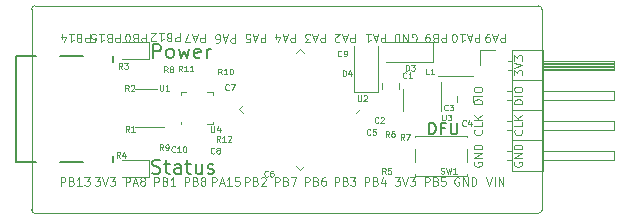
<source format=gto>
G04 #@! TF.GenerationSoftware,KiCad,Pcbnew,5.0.1*
G04 #@! TF.CreationDate,2019-10-23T21:32:48+02:00*
G04 #@! TF.ProjectId,OtterPill,4F7474657250696C6C2E6B696361645F,rev?*
G04 #@! TF.SameCoordinates,Original*
G04 #@! TF.FileFunction,Legend,Top*
G04 #@! TF.FilePolarity,Positive*
%FSLAX46Y46*%
G04 Gerber Fmt 4.6, Leading zero omitted, Abs format (unit mm)*
G04 Created by KiCad (PCBNEW 5.0.1) date Wed 23 Oct 2019 09:32:48 PM CEST*
%MOMM*%
%LPD*%
G01*
G04 APERTURE LIST*
%ADD10C,0.100000*%
%ADD11C,0.150000*%
%ADD12C,0.050000*%
%ADD13C,0.120000*%
G04 APERTURE END LIST*
D10*
X29691666Y-22183333D02*
X29691666Y-22883333D01*
X29425000Y-22883333D01*
X29358333Y-22850000D01*
X29325000Y-22816666D01*
X29291666Y-22750000D01*
X29291666Y-22650000D01*
X29325000Y-22583333D01*
X29358333Y-22550000D01*
X29425000Y-22516666D01*
X29691666Y-22516666D01*
X28758333Y-22550000D02*
X28658333Y-22516666D01*
X28625000Y-22483333D01*
X28591666Y-22416666D01*
X28591666Y-22316666D01*
X28625000Y-22250000D01*
X28658333Y-22216666D01*
X28725000Y-22183333D01*
X28991666Y-22183333D01*
X28991666Y-22883333D01*
X28758333Y-22883333D01*
X28691666Y-22850000D01*
X28658333Y-22816666D01*
X28625000Y-22750000D01*
X28625000Y-22683333D01*
X28658333Y-22616666D01*
X28691666Y-22583333D01*
X28758333Y-22550000D01*
X28991666Y-22550000D01*
X28158333Y-22883333D02*
X28091666Y-22883333D01*
X28025000Y-22850000D01*
X27991666Y-22816666D01*
X27958333Y-22750000D01*
X27925000Y-22616666D01*
X27925000Y-22450000D01*
X27958333Y-22316666D01*
X27991666Y-22250000D01*
X28025000Y-22216666D01*
X28091666Y-22183333D01*
X28158333Y-22183333D01*
X28225000Y-22216666D01*
X28258333Y-22250000D01*
X28291666Y-22316666D01*
X28325000Y-22450000D01*
X28325000Y-22616666D01*
X28291666Y-22750000D01*
X28258333Y-22816666D01*
X28225000Y-22850000D01*
X28158333Y-22883333D01*
X24925000Y-22183333D02*
X24925000Y-22883333D01*
X24658333Y-22883333D01*
X24591666Y-22850000D01*
X24558333Y-22816666D01*
X24525000Y-22750000D01*
X24525000Y-22650000D01*
X24558333Y-22583333D01*
X24591666Y-22550000D01*
X24658333Y-22516666D01*
X24925000Y-22516666D01*
X23991666Y-22550000D02*
X23891666Y-22516666D01*
X23858333Y-22483333D01*
X23825000Y-22416666D01*
X23825000Y-22316666D01*
X23858333Y-22250000D01*
X23891666Y-22216666D01*
X23958333Y-22183333D01*
X24225000Y-22183333D01*
X24225000Y-22883333D01*
X23991666Y-22883333D01*
X23925000Y-22850000D01*
X23891666Y-22816666D01*
X23858333Y-22750000D01*
X23858333Y-22683333D01*
X23891666Y-22616666D01*
X23925000Y-22583333D01*
X23991666Y-22550000D01*
X24225000Y-22550000D01*
X23158333Y-22183333D02*
X23558333Y-22183333D01*
X23358333Y-22183333D02*
X23358333Y-22883333D01*
X23425000Y-22783333D01*
X23491666Y-22716666D01*
X23558333Y-22683333D01*
X22558333Y-22650000D02*
X22558333Y-22183333D01*
X22725000Y-22916666D02*
X22891666Y-22416666D01*
X22458333Y-22416666D01*
X27475000Y-22183333D02*
X27475000Y-22883333D01*
X27208333Y-22883333D01*
X27141666Y-22850000D01*
X27108333Y-22816666D01*
X27075000Y-22750000D01*
X27075000Y-22650000D01*
X27108333Y-22583333D01*
X27141666Y-22550000D01*
X27208333Y-22516666D01*
X27475000Y-22516666D01*
X26541666Y-22550000D02*
X26441666Y-22516666D01*
X26408333Y-22483333D01*
X26375000Y-22416666D01*
X26375000Y-22316666D01*
X26408333Y-22250000D01*
X26441666Y-22216666D01*
X26508333Y-22183333D01*
X26775000Y-22183333D01*
X26775000Y-22883333D01*
X26541666Y-22883333D01*
X26475000Y-22850000D01*
X26441666Y-22816666D01*
X26408333Y-22750000D01*
X26408333Y-22683333D01*
X26441666Y-22616666D01*
X26475000Y-22583333D01*
X26541666Y-22550000D01*
X26775000Y-22550000D01*
X25708333Y-22183333D02*
X26108333Y-22183333D01*
X25908333Y-22183333D02*
X25908333Y-22883333D01*
X25975000Y-22783333D01*
X26041666Y-22716666D01*
X26108333Y-22683333D01*
X25075000Y-22883333D02*
X25408333Y-22883333D01*
X25441666Y-22550000D01*
X25408333Y-22583333D01*
X25341666Y-22616666D01*
X25175000Y-22616666D01*
X25108333Y-22583333D01*
X25075000Y-22550000D01*
X25041666Y-22483333D01*
X25041666Y-22316666D01*
X25075000Y-22250000D01*
X25108333Y-22216666D01*
X25175000Y-22183333D01*
X25341666Y-22183333D01*
X25408333Y-22216666D01*
X25441666Y-22250000D01*
X32550000Y-22133333D02*
X32550000Y-22833333D01*
X32283333Y-22833333D01*
X32216666Y-22800000D01*
X32183333Y-22766666D01*
X32150000Y-22700000D01*
X32150000Y-22600000D01*
X32183333Y-22533333D01*
X32216666Y-22500000D01*
X32283333Y-22466666D01*
X32550000Y-22466666D01*
X31616666Y-22500000D02*
X31516666Y-22466666D01*
X31483333Y-22433333D01*
X31450000Y-22366666D01*
X31450000Y-22266666D01*
X31483333Y-22200000D01*
X31516666Y-22166666D01*
X31583333Y-22133333D01*
X31850000Y-22133333D01*
X31850000Y-22833333D01*
X31616666Y-22833333D01*
X31550000Y-22800000D01*
X31516666Y-22766666D01*
X31483333Y-22700000D01*
X31483333Y-22633333D01*
X31516666Y-22566666D01*
X31550000Y-22533333D01*
X31616666Y-22500000D01*
X31850000Y-22500000D01*
X30783333Y-22133333D02*
X31183333Y-22133333D01*
X30983333Y-22133333D02*
X30983333Y-22833333D01*
X31050000Y-22733333D01*
X31116666Y-22666666D01*
X31183333Y-22633333D01*
X30516666Y-22766666D02*
X30483333Y-22800000D01*
X30416666Y-22833333D01*
X30250000Y-22833333D01*
X30183333Y-22800000D01*
X30150000Y-22766666D01*
X30116666Y-22700000D01*
X30116666Y-22633333D01*
X30150000Y-22533333D01*
X30550000Y-22133333D01*
X30116666Y-22133333D01*
X34666666Y-22183333D02*
X34666666Y-22883333D01*
X34400000Y-22883333D01*
X34333333Y-22850000D01*
X34300000Y-22816666D01*
X34266666Y-22750000D01*
X34266666Y-22650000D01*
X34300000Y-22583333D01*
X34333333Y-22550000D01*
X34400000Y-22516666D01*
X34666666Y-22516666D01*
X34000000Y-22383333D02*
X33666666Y-22383333D01*
X34066666Y-22183333D02*
X33833333Y-22883333D01*
X33600000Y-22183333D01*
X33433333Y-22883333D02*
X32966666Y-22883333D01*
X33266666Y-22183333D01*
X37241666Y-22233333D02*
X37241666Y-22933333D01*
X36975000Y-22933333D01*
X36908333Y-22900000D01*
X36875000Y-22866666D01*
X36841666Y-22800000D01*
X36841666Y-22700000D01*
X36875000Y-22633333D01*
X36908333Y-22600000D01*
X36975000Y-22566666D01*
X37241666Y-22566666D01*
X36575000Y-22433333D02*
X36241666Y-22433333D01*
X36641666Y-22233333D02*
X36408333Y-22933333D01*
X36175000Y-22233333D01*
X35641666Y-22933333D02*
X35775000Y-22933333D01*
X35841666Y-22900000D01*
X35875000Y-22866666D01*
X35941666Y-22766666D01*
X35975000Y-22633333D01*
X35975000Y-22366666D01*
X35941666Y-22300000D01*
X35908333Y-22266666D01*
X35841666Y-22233333D01*
X35708333Y-22233333D01*
X35641666Y-22266666D01*
X35608333Y-22300000D01*
X35575000Y-22366666D01*
X35575000Y-22533333D01*
X35608333Y-22600000D01*
X35641666Y-22633333D01*
X35708333Y-22666666D01*
X35841666Y-22666666D01*
X35908333Y-22633333D01*
X35941666Y-22600000D01*
X35975000Y-22533333D01*
X39791666Y-22183333D02*
X39791666Y-22883333D01*
X39525000Y-22883333D01*
X39458333Y-22850000D01*
X39425000Y-22816666D01*
X39391666Y-22750000D01*
X39391666Y-22650000D01*
X39425000Y-22583333D01*
X39458333Y-22550000D01*
X39525000Y-22516666D01*
X39791666Y-22516666D01*
X39125000Y-22383333D02*
X38791666Y-22383333D01*
X39191666Y-22183333D02*
X38958333Y-22883333D01*
X38725000Y-22183333D01*
X38158333Y-22883333D02*
X38491666Y-22883333D01*
X38525000Y-22550000D01*
X38491666Y-22583333D01*
X38425000Y-22616666D01*
X38258333Y-22616666D01*
X38191666Y-22583333D01*
X38158333Y-22550000D01*
X38125000Y-22483333D01*
X38125000Y-22316666D01*
X38158333Y-22250000D01*
X38191666Y-22216666D01*
X38258333Y-22183333D01*
X38425000Y-22183333D01*
X38491666Y-22216666D01*
X38525000Y-22250000D01*
X42316666Y-22183333D02*
X42316666Y-22883333D01*
X42050000Y-22883333D01*
X41983333Y-22850000D01*
X41950000Y-22816666D01*
X41916666Y-22750000D01*
X41916666Y-22650000D01*
X41950000Y-22583333D01*
X41983333Y-22550000D01*
X42050000Y-22516666D01*
X42316666Y-22516666D01*
X41650000Y-22383333D02*
X41316666Y-22383333D01*
X41716666Y-22183333D02*
X41483333Y-22883333D01*
X41250000Y-22183333D01*
X40716666Y-22650000D02*
X40716666Y-22183333D01*
X40883333Y-22916666D02*
X41050000Y-22416666D01*
X40616666Y-22416666D01*
X44841666Y-22183333D02*
X44841666Y-22883333D01*
X44575000Y-22883333D01*
X44508333Y-22850000D01*
X44475000Y-22816666D01*
X44441666Y-22750000D01*
X44441666Y-22650000D01*
X44475000Y-22583333D01*
X44508333Y-22550000D01*
X44575000Y-22516666D01*
X44841666Y-22516666D01*
X44175000Y-22383333D02*
X43841666Y-22383333D01*
X44241666Y-22183333D02*
X44008333Y-22883333D01*
X43775000Y-22183333D01*
X43608333Y-22883333D02*
X43175000Y-22883333D01*
X43408333Y-22616666D01*
X43308333Y-22616666D01*
X43241666Y-22583333D01*
X43208333Y-22550000D01*
X43175000Y-22483333D01*
X43175000Y-22316666D01*
X43208333Y-22250000D01*
X43241666Y-22216666D01*
X43308333Y-22183333D01*
X43508333Y-22183333D01*
X43575000Y-22216666D01*
X43608333Y-22250000D01*
X47366666Y-22183333D02*
X47366666Y-22883333D01*
X47100000Y-22883333D01*
X47033333Y-22850000D01*
X47000000Y-22816666D01*
X46966666Y-22750000D01*
X46966666Y-22650000D01*
X47000000Y-22583333D01*
X47033333Y-22550000D01*
X47100000Y-22516666D01*
X47366666Y-22516666D01*
X46700000Y-22383333D02*
X46366666Y-22383333D01*
X46766666Y-22183333D02*
X46533333Y-22883333D01*
X46300000Y-22183333D01*
X46100000Y-22816666D02*
X46066666Y-22850000D01*
X46000000Y-22883333D01*
X45833333Y-22883333D01*
X45766666Y-22850000D01*
X45733333Y-22816666D01*
X45700000Y-22750000D01*
X45700000Y-22683333D01*
X45733333Y-22583333D01*
X46133333Y-22183333D01*
X45700000Y-22183333D01*
X49966666Y-22183333D02*
X49966666Y-22883333D01*
X49700000Y-22883333D01*
X49633333Y-22850000D01*
X49600000Y-22816666D01*
X49566666Y-22750000D01*
X49566666Y-22650000D01*
X49600000Y-22583333D01*
X49633333Y-22550000D01*
X49700000Y-22516666D01*
X49966666Y-22516666D01*
X49300000Y-22383333D02*
X48966666Y-22383333D01*
X49366666Y-22183333D02*
X49133333Y-22883333D01*
X48900000Y-22183333D01*
X48300000Y-22183333D02*
X48700000Y-22183333D01*
X48500000Y-22183333D02*
X48500000Y-22883333D01*
X48566666Y-22783333D01*
X48633333Y-22716666D01*
X48700000Y-22683333D01*
X52208333Y-22850000D02*
X52275000Y-22883333D01*
X52375000Y-22883333D01*
X52475000Y-22850000D01*
X52541666Y-22783333D01*
X52575000Y-22716666D01*
X52608333Y-22583333D01*
X52608333Y-22483333D01*
X52575000Y-22350000D01*
X52541666Y-22283333D01*
X52475000Y-22216666D01*
X52375000Y-22183333D01*
X52308333Y-22183333D01*
X52208333Y-22216666D01*
X52175000Y-22250000D01*
X52175000Y-22483333D01*
X52308333Y-22483333D01*
X51875000Y-22183333D02*
X51875000Y-22883333D01*
X51475000Y-22183333D01*
X51475000Y-22883333D01*
X51141666Y-22183333D02*
X51141666Y-22883333D01*
X50975000Y-22883333D01*
X50875000Y-22850000D01*
X50808333Y-22783333D01*
X50775000Y-22716666D01*
X50741666Y-22583333D01*
X50741666Y-22483333D01*
X50775000Y-22350000D01*
X50808333Y-22283333D01*
X50875000Y-22216666D01*
X50975000Y-22183333D01*
X51141666Y-22183333D01*
X55091666Y-22183333D02*
X55091666Y-22883333D01*
X54825000Y-22883333D01*
X54758333Y-22850000D01*
X54725000Y-22816666D01*
X54691666Y-22750000D01*
X54691666Y-22650000D01*
X54725000Y-22583333D01*
X54758333Y-22550000D01*
X54825000Y-22516666D01*
X55091666Y-22516666D01*
X54158333Y-22550000D02*
X54058333Y-22516666D01*
X54025000Y-22483333D01*
X53991666Y-22416666D01*
X53991666Y-22316666D01*
X54025000Y-22250000D01*
X54058333Y-22216666D01*
X54125000Y-22183333D01*
X54391666Y-22183333D01*
X54391666Y-22883333D01*
X54158333Y-22883333D01*
X54091666Y-22850000D01*
X54058333Y-22816666D01*
X54025000Y-22750000D01*
X54025000Y-22683333D01*
X54058333Y-22616666D01*
X54091666Y-22583333D01*
X54158333Y-22550000D01*
X54391666Y-22550000D01*
X53658333Y-22183333D02*
X53525000Y-22183333D01*
X53458333Y-22216666D01*
X53425000Y-22250000D01*
X53358333Y-22350000D01*
X53325000Y-22483333D01*
X53325000Y-22750000D01*
X53358333Y-22816666D01*
X53391666Y-22850000D01*
X53458333Y-22883333D01*
X53591666Y-22883333D01*
X53658333Y-22850000D01*
X53691666Y-22816666D01*
X53725000Y-22750000D01*
X53725000Y-22583333D01*
X53691666Y-22516666D01*
X53658333Y-22483333D01*
X53591666Y-22450000D01*
X53458333Y-22450000D01*
X53391666Y-22483333D01*
X53358333Y-22516666D01*
X53325000Y-22583333D01*
X57925000Y-22183333D02*
X57925000Y-22883333D01*
X57658333Y-22883333D01*
X57591666Y-22850000D01*
X57558333Y-22816666D01*
X57525000Y-22750000D01*
X57525000Y-22650000D01*
X57558333Y-22583333D01*
X57591666Y-22550000D01*
X57658333Y-22516666D01*
X57925000Y-22516666D01*
X57258333Y-22383333D02*
X56925000Y-22383333D01*
X57325000Y-22183333D02*
X57091666Y-22883333D01*
X56858333Y-22183333D01*
X56258333Y-22183333D02*
X56658333Y-22183333D01*
X56458333Y-22183333D02*
X56458333Y-22883333D01*
X56525000Y-22783333D01*
X56591666Y-22716666D01*
X56658333Y-22683333D01*
X55825000Y-22883333D02*
X55758333Y-22883333D01*
X55691666Y-22850000D01*
X55658333Y-22816666D01*
X55625000Y-22750000D01*
X55591666Y-22616666D01*
X55591666Y-22450000D01*
X55625000Y-22316666D01*
X55658333Y-22250000D01*
X55691666Y-22216666D01*
X55758333Y-22183333D01*
X55825000Y-22183333D01*
X55891666Y-22216666D01*
X55925000Y-22250000D01*
X55958333Y-22316666D01*
X55991666Y-22450000D01*
X55991666Y-22616666D01*
X55958333Y-22750000D01*
X55925000Y-22816666D01*
X55891666Y-22850000D01*
X55825000Y-22883333D01*
X60091666Y-22183333D02*
X60091666Y-22883333D01*
X59825000Y-22883333D01*
X59758333Y-22850000D01*
X59725000Y-22816666D01*
X59691666Y-22750000D01*
X59691666Y-22650000D01*
X59725000Y-22583333D01*
X59758333Y-22550000D01*
X59825000Y-22516666D01*
X60091666Y-22516666D01*
X59425000Y-22383333D02*
X59091666Y-22383333D01*
X59491666Y-22183333D02*
X59258333Y-22883333D01*
X59025000Y-22183333D01*
X58758333Y-22183333D02*
X58625000Y-22183333D01*
X58558333Y-22216666D01*
X58525000Y-22250000D01*
X58458333Y-22350000D01*
X58425000Y-22483333D01*
X58425000Y-22750000D01*
X58458333Y-22816666D01*
X58491666Y-22850000D01*
X58558333Y-22883333D01*
X58691666Y-22883333D01*
X58758333Y-22850000D01*
X58791666Y-22816666D01*
X58825000Y-22750000D01*
X58825000Y-22583333D01*
X58791666Y-22516666D01*
X58758333Y-22483333D01*
X58691666Y-22450000D01*
X58558333Y-22450000D01*
X58491666Y-22483333D01*
X58458333Y-22516666D01*
X58425000Y-22583333D01*
X58508333Y-34341666D02*
X58741666Y-35041666D01*
X58975000Y-34341666D01*
X59208333Y-35041666D02*
X59208333Y-34341666D01*
X59541666Y-35041666D02*
X59541666Y-34341666D01*
X59941666Y-35041666D01*
X59941666Y-34341666D01*
X56191666Y-34375000D02*
X56125000Y-34341666D01*
X56025000Y-34341666D01*
X55925000Y-34375000D01*
X55858333Y-34441666D01*
X55825000Y-34508333D01*
X55791666Y-34641666D01*
X55791666Y-34741666D01*
X55825000Y-34875000D01*
X55858333Y-34941666D01*
X55925000Y-35008333D01*
X56025000Y-35041666D01*
X56091666Y-35041666D01*
X56191666Y-35008333D01*
X56225000Y-34975000D01*
X56225000Y-34741666D01*
X56091666Y-34741666D01*
X56525000Y-35041666D02*
X56525000Y-34341666D01*
X56925000Y-35041666D01*
X56925000Y-34341666D01*
X57258333Y-35041666D02*
X57258333Y-34341666D01*
X57425000Y-34341666D01*
X57525000Y-34375000D01*
X57591666Y-34441666D01*
X57625000Y-34508333D01*
X57658333Y-34641666D01*
X57658333Y-34741666D01*
X57625000Y-34875000D01*
X57591666Y-34941666D01*
X57525000Y-35008333D01*
X57425000Y-35041666D01*
X57258333Y-35041666D01*
X53308333Y-35041666D02*
X53308333Y-34341666D01*
X53575000Y-34341666D01*
X53641666Y-34375000D01*
X53675000Y-34408333D01*
X53708333Y-34475000D01*
X53708333Y-34575000D01*
X53675000Y-34641666D01*
X53641666Y-34675000D01*
X53575000Y-34708333D01*
X53308333Y-34708333D01*
X54241666Y-34675000D02*
X54341666Y-34708333D01*
X54375000Y-34741666D01*
X54408333Y-34808333D01*
X54408333Y-34908333D01*
X54375000Y-34975000D01*
X54341666Y-35008333D01*
X54275000Y-35041666D01*
X54008333Y-35041666D01*
X54008333Y-34341666D01*
X54241666Y-34341666D01*
X54308333Y-34375000D01*
X54341666Y-34408333D01*
X54375000Y-34475000D01*
X54375000Y-34541666D01*
X54341666Y-34608333D01*
X54308333Y-34641666D01*
X54241666Y-34675000D01*
X54008333Y-34675000D01*
X55041666Y-34341666D02*
X54708333Y-34341666D01*
X54675000Y-34675000D01*
X54708333Y-34641666D01*
X54775000Y-34608333D01*
X54941666Y-34608333D01*
X55008333Y-34641666D01*
X55041666Y-34675000D01*
X55075000Y-34741666D01*
X55075000Y-34908333D01*
X55041666Y-34975000D01*
X55008333Y-35008333D01*
X54941666Y-35041666D01*
X54775000Y-35041666D01*
X54708333Y-35008333D01*
X54675000Y-34975000D01*
X50758333Y-34341666D02*
X51191666Y-34341666D01*
X50958333Y-34608333D01*
X51058333Y-34608333D01*
X51125000Y-34641666D01*
X51158333Y-34675000D01*
X51191666Y-34741666D01*
X51191666Y-34908333D01*
X51158333Y-34975000D01*
X51125000Y-35008333D01*
X51058333Y-35041666D01*
X50858333Y-35041666D01*
X50791666Y-35008333D01*
X50758333Y-34975000D01*
X51391666Y-34341666D02*
X51625000Y-35041666D01*
X51858333Y-34341666D01*
X52025000Y-34341666D02*
X52458333Y-34341666D01*
X52225000Y-34608333D01*
X52325000Y-34608333D01*
X52391666Y-34641666D01*
X52425000Y-34675000D01*
X52458333Y-34741666D01*
X52458333Y-34908333D01*
X52425000Y-34975000D01*
X52391666Y-35008333D01*
X52325000Y-35041666D01*
X52125000Y-35041666D01*
X52058333Y-35008333D01*
X52025000Y-34975000D01*
X48208333Y-35041666D02*
X48208333Y-34341666D01*
X48475000Y-34341666D01*
X48541666Y-34375000D01*
X48575000Y-34408333D01*
X48608333Y-34475000D01*
X48608333Y-34575000D01*
X48575000Y-34641666D01*
X48541666Y-34675000D01*
X48475000Y-34708333D01*
X48208333Y-34708333D01*
X49141666Y-34675000D02*
X49241666Y-34708333D01*
X49275000Y-34741666D01*
X49308333Y-34808333D01*
X49308333Y-34908333D01*
X49275000Y-34975000D01*
X49241666Y-35008333D01*
X49175000Y-35041666D01*
X48908333Y-35041666D01*
X48908333Y-34341666D01*
X49141666Y-34341666D01*
X49208333Y-34375000D01*
X49241666Y-34408333D01*
X49275000Y-34475000D01*
X49275000Y-34541666D01*
X49241666Y-34608333D01*
X49208333Y-34641666D01*
X49141666Y-34675000D01*
X48908333Y-34675000D01*
X49908333Y-34575000D02*
X49908333Y-35041666D01*
X49741666Y-34308333D02*
X49575000Y-34808333D01*
X50008333Y-34808333D01*
X45658333Y-35041666D02*
X45658333Y-34341666D01*
X45925000Y-34341666D01*
X45991666Y-34375000D01*
X46025000Y-34408333D01*
X46058333Y-34475000D01*
X46058333Y-34575000D01*
X46025000Y-34641666D01*
X45991666Y-34675000D01*
X45925000Y-34708333D01*
X45658333Y-34708333D01*
X46591666Y-34675000D02*
X46691666Y-34708333D01*
X46725000Y-34741666D01*
X46758333Y-34808333D01*
X46758333Y-34908333D01*
X46725000Y-34975000D01*
X46691666Y-35008333D01*
X46625000Y-35041666D01*
X46358333Y-35041666D01*
X46358333Y-34341666D01*
X46591666Y-34341666D01*
X46658333Y-34375000D01*
X46691666Y-34408333D01*
X46725000Y-34475000D01*
X46725000Y-34541666D01*
X46691666Y-34608333D01*
X46658333Y-34641666D01*
X46591666Y-34675000D01*
X46358333Y-34675000D01*
X46991666Y-34341666D02*
X47425000Y-34341666D01*
X47191666Y-34608333D01*
X47291666Y-34608333D01*
X47358333Y-34641666D01*
X47391666Y-34675000D01*
X47425000Y-34741666D01*
X47425000Y-34908333D01*
X47391666Y-34975000D01*
X47358333Y-35008333D01*
X47291666Y-35041666D01*
X47091666Y-35041666D01*
X47025000Y-35008333D01*
X46991666Y-34975000D01*
X43158333Y-35041666D02*
X43158333Y-34341666D01*
X43425000Y-34341666D01*
X43491666Y-34375000D01*
X43525000Y-34408333D01*
X43558333Y-34475000D01*
X43558333Y-34575000D01*
X43525000Y-34641666D01*
X43491666Y-34675000D01*
X43425000Y-34708333D01*
X43158333Y-34708333D01*
X44091666Y-34675000D02*
X44191666Y-34708333D01*
X44225000Y-34741666D01*
X44258333Y-34808333D01*
X44258333Y-34908333D01*
X44225000Y-34975000D01*
X44191666Y-35008333D01*
X44125000Y-35041666D01*
X43858333Y-35041666D01*
X43858333Y-34341666D01*
X44091666Y-34341666D01*
X44158333Y-34375000D01*
X44191666Y-34408333D01*
X44225000Y-34475000D01*
X44225000Y-34541666D01*
X44191666Y-34608333D01*
X44158333Y-34641666D01*
X44091666Y-34675000D01*
X43858333Y-34675000D01*
X44858333Y-34341666D02*
X44725000Y-34341666D01*
X44658333Y-34375000D01*
X44625000Y-34408333D01*
X44558333Y-34508333D01*
X44525000Y-34641666D01*
X44525000Y-34908333D01*
X44558333Y-34975000D01*
X44591666Y-35008333D01*
X44658333Y-35041666D01*
X44791666Y-35041666D01*
X44858333Y-35008333D01*
X44891666Y-34975000D01*
X44925000Y-34908333D01*
X44925000Y-34741666D01*
X44891666Y-34675000D01*
X44858333Y-34641666D01*
X44791666Y-34608333D01*
X44658333Y-34608333D01*
X44591666Y-34641666D01*
X44558333Y-34675000D01*
X44525000Y-34741666D01*
X40608333Y-35041666D02*
X40608333Y-34341666D01*
X40875000Y-34341666D01*
X40941666Y-34375000D01*
X40975000Y-34408333D01*
X41008333Y-34475000D01*
X41008333Y-34575000D01*
X40975000Y-34641666D01*
X40941666Y-34675000D01*
X40875000Y-34708333D01*
X40608333Y-34708333D01*
X41541666Y-34675000D02*
X41641666Y-34708333D01*
X41675000Y-34741666D01*
X41708333Y-34808333D01*
X41708333Y-34908333D01*
X41675000Y-34975000D01*
X41641666Y-35008333D01*
X41575000Y-35041666D01*
X41308333Y-35041666D01*
X41308333Y-34341666D01*
X41541666Y-34341666D01*
X41608333Y-34375000D01*
X41641666Y-34408333D01*
X41675000Y-34475000D01*
X41675000Y-34541666D01*
X41641666Y-34608333D01*
X41608333Y-34641666D01*
X41541666Y-34675000D01*
X41308333Y-34675000D01*
X41941666Y-34341666D02*
X42408333Y-34341666D01*
X42108333Y-35041666D01*
X38058333Y-35041666D02*
X38058333Y-34341666D01*
X38325000Y-34341666D01*
X38391666Y-34375000D01*
X38425000Y-34408333D01*
X38458333Y-34475000D01*
X38458333Y-34575000D01*
X38425000Y-34641666D01*
X38391666Y-34675000D01*
X38325000Y-34708333D01*
X38058333Y-34708333D01*
X38991666Y-34675000D02*
X39091666Y-34708333D01*
X39125000Y-34741666D01*
X39158333Y-34808333D01*
X39158333Y-34908333D01*
X39125000Y-34975000D01*
X39091666Y-35008333D01*
X39025000Y-35041666D01*
X38758333Y-35041666D01*
X38758333Y-34341666D01*
X38991666Y-34341666D01*
X39058333Y-34375000D01*
X39091666Y-34408333D01*
X39125000Y-34475000D01*
X39125000Y-34541666D01*
X39091666Y-34608333D01*
X39058333Y-34641666D01*
X38991666Y-34675000D01*
X38758333Y-34675000D01*
X39425000Y-34408333D02*
X39458333Y-34375000D01*
X39525000Y-34341666D01*
X39691666Y-34341666D01*
X39758333Y-34375000D01*
X39791666Y-34408333D01*
X39825000Y-34475000D01*
X39825000Y-34541666D01*
X39791666Y-34641666D01*
X39391666Y-35041666D01*
X39825000Y-35041666D01*
X35275000Y-35041666D02*
X35275000Y-34341666D01*
X35541666Y-34341666D01*
X35608333Y-34375000D01*
X35641666Y-34408333D01*
X35675000Y-34475000D01*
X35675000Y-34575000D01*
X35641666Y-34641666D01*
X35608333Y-34675000D01*
X35541666Y-34708333D01*
X35275000Y-34708333D01*
X35941666Y-34841666D02*
X36275000Y-34841666D01*
X35875000Y-35041666D02*
X36108333Y-34341666D01*
X36341666Y-35041666D01*
X36941666Y-35041666D02*
X36541666Y-35041666D01*
X36741666Y-35041666D02*
X36741666Y-34341666D01*
X36675000Y-34441666D01*
X36608333Y-34508333D01*
X36541666Y-34541666D01*
X37575000Y-34341666D02*
X37241666Y-34341666D01*
X37208333Y-34675000D01*
X37241666Y-34641666D01*
X37308333Y-34608333D01*
X37475000Y-34608333D01*
X37541666Y-34641666D01*
X37575000Y-34675000D01*
X37608333Y-34741666D01*
X37608333Y-34908333D01*
X37575000Y-34975000D01*
X37541666Y-35008333D01*
X37475000Y-35041666D01*
X37308333Y-35041666D01*
X37241666Y-35008333D01*
X37208333Y-34975000D01*
X32958333Y-35041666D02*
X32958333Y-34341666D01*
X33225000Y-34341666D01*
X33291666Y-34375000D01*
X33325000Y-34408333D01*
X33358333Y-34475000D01*
X33358333Y-34575000D01*
X33325000Y-34641666D01*
X33291666Y-34675000D01*
X33225000Y-34708333D01*
X32958333Y-34708333D01*
X33891666Y-34675000D02*
X33991666Y-34708333D01*
X34025000Y-34741666D01*
X34058333Y-34808333D01*
X34058333Y-34908333D01*
X34025000Y-34975000D01*
X33991666Y-35008333D01*
X33925000Y-35041666D01*
X33658333Y-35041666D01*
X33658333Y-34341666D01*
X33891666Y-34341666D01*
X33958333Y-34375000D01*
X33991666Y-34408333D01*
X34025000Y-34475000D01*
X34025000Y-34541666D01*
X33991666Y-34608333D01*
X33958333Y-34641666D01*
X33891666Y-34675000D01*
X33658333Y-34675000D01*
X34458333Y-34641666D02*
X34391666Y-34608333D01*
X34358333Y-34575000D01*
X34325000Y-34508333D01*
X34325000Y-34475000D01*
X34358333Y-34408333D01*
X34391666Y-34375000D01*
X34458333Y-34341666D01*
X34591666Y-34341666D01*
X34658333Y-34375000D01*
X34691666Y-34408333D01*
X34725000Y-34475000D01*
X34725000Y-34508333D01*
X34691666Y-34575000D01*
X34658333Y-34608333D01*
X34591666Y-34641666D01*
X34458333Y-34641666D01*
X34391666Y-34675000D01*
X34358333Y-34708333D01*
X34325000Y-34775000D01*
X34325000Y-34908333D01*
X34358333Y-34975000D01*
X34391666Y-35008333D01*
X34458333Y-35041666D01*
X34591666Y-35041666D01*
X34658333Y-35008333D01*
X34691666Y-34975000D01*
X34725000Y-34908333D01*
X34725000Y-34775000D01*
X34691666Y-34708333D01*
X34658333Y-34675000D01*
X34591666Y-34641666D01*
X30408333Y-35041666D02*
X30408333Y-34341666D01*
X30675000Y-34341666D01*
X30741666Y-34375000D01*
X30775000Y-34408333D01*
X30808333Y-34475000D01*
X30808333Y-34575000D01*
X30775000Y-34641666D01*
X30741666Y-34675000D01*
X30675000Y-34708333D01*
X30408333Y-34708333D01*
X31341666Y-34675000D02*
X31441666Y-34708333D01*
X31475000Y-34741666D01*
X31508333Y-34808333D01*
X31508333Y-34908333D01*
X31475000Y-34975000D01*
X31441666Y-35008333D01*
X31375000Y-35041666D01*
X31108333Y-35041666D01*
X31108333Y-34341666D01*
X31341666Y-34341666D01*
X31408333Y-34375000D01*
X31441666Y-34408333D01*
X31475000Y-34475000D01*
X31475000Y-34541666D01*
X31441666Y-34608333D01*
X31408333Y-34641666D01*
X31341666Y-34675000D01*
X31108333Y-34675000D01*
X32175000Y-35041666D02*
X31775000Y-35041666D01*
X31975000Y-35041666D02*
X31975000Y-34341666D01*
X31908333Y-34441666D01*
X31841666Y-34508333D01*
X31775000Y-34541666D01*
X27958333Y-35041666D02*
X27958333Y-34341666D01*
X28225000Y-34341666D01*
X28291666Y-34375000D01*
X28325000Y-34408333D01*
X28358333Y-34475000D01*
X28358333Y-34575000D01*
X28325000Y-34641666D01*
X28291666Y-34675000D01*
X28225000Y-34708333D01*
X27958333Y-34708333D01*
X28625000Y-34841666D02*
X28958333Y-34841666D01*
X28558333Y-35041666D02*
X28791666Y-34341666D01*
X29025000Y-35041666D01*
X29358333Y-34641666D02*
X29291666Y-34608333D01*
X29258333Y-34575000D01*
X29225000Y-34508333D01*
X29225000Y-34475000D01*
X29258333Y-34408333D01*
X29291666Y-34375000D01*
X29358333Y-34341666D01*
X29491666Y-34341666D01*
X29558333Y-34375000D01*
X29591666Y-34408333D01*
X29625000Y-34475000D01*
X29625000Y-34508333D01*
X29591666Y-34575000D01*
X29558333Y-34608333D01*
X29491666Y-34641666D01*
X29358333Y-34641666D01*
X29291666Y-34675000D01*
X29258333Y-34708333D01*
X29225000Y-34775000D01*
X29225000Y-34908333D01*
X29258333Y-34975000D01*
X29291666Y-35008333D01*
X29358333Y-35041666D01*
X29491666Y-35041666D01*
X29558333Y-35008333D01*
X29591666Y-34975000D01*
X29625000Y-34908333D01*
X29625000Y-34775000D01*
X29591666Y-34708333D01*
X29558333Y-34675000D01*
X29491666Y-34641666D01*
X22475000Y-35041666D02*
X22475000Y-34341666D01*
X22741666Y-34341666D01*
X22808333Y-34375000D01*
X22841666Y-34408333D01*
X22875000Y-34475000D01*
X22875000Y-34575000D01*
X22841666Y-34641666D01*
X22808333Y-34675000D01*
X22741666Y-34708333D01*
X22475000Y-34708333D01*
X23408333Y-34675000D02*
X23508333Y-34708333D01*
X23541666Y-34741666D01*
X23575000Y-34808333D01*
X23575000Y-34908333D01*
X23541666Y-34975000D01*
X23508333Y-35008333D01*
X23441666Y-35041666D01*
X23175000Y-35041666D01*
X23175000Y-34341666D01*
X23408333Y-34341666D01*
X23475000Y-34375000D01*
X23508333Y-34408333D01*
X23541666Y-34475000D01*
X23541666Y-34541666D01*
X23508333Y-34608333D01*
X23475000Y-34641666D01*
X23408333Y-34675000D01*
X23175000Y-34675000D01*
X24241666Y-35041666D02*
X23841666Y-35041666D01*
X24041666Y-35041666D02*
X24041666Y-34341666D01*
X23975000Y-34441666D01*
X23908333Y-34508333D01*
X23841666Y-34541666D01*
X24475000Y-34341666D02*
X24908333Y-34341666D01*
X24675000Y-34608333D01*
X24775000Y-34608333D01*
X24841666Y-34641666D01*
X24875000Y-34675000D01*
X24908333Y-34741666D01*
X24908333Y-34908333D01*
X24875000Y-34975000D01*
X24841666Y-35008333D01*
X24775000Y-35041666D01*
X24575000Y-35041666D01*
X24508333Y-35008333D01*
X24475000Y-34975000D01*
X25358333Y-34341666D02*
X25791666Y-34341666D01*
X25558333Y-34608333D01*
X25658333Y-34608333D01*
X25725000Y-34641666D01*
X25758333Y-34675000D01*
X25791666Y-34741666D01*
X25791666Y-34908333D01*
X25758333Y-34975000D01*
X25725000Y-35008333D01*
X25658333Y-35041666D01*
X25458333Y-35041666D01*
X25391666Y-35008333D01*
X25358333Y-34975000D01*
X25991666Y-34341666D02*
X26225000Y-35041666D01*
X26458333Y-34341666D01*
X26625000Y-34341666D02*
X27058333Y-34341666D01*
X26825000Y-34608333D01*
X26925000Y-34608333D01*
X26991666Y-34641666D01*
X27025000Y-34675000D01*
X27058333Y-34741666D01*
X27058333Y-34908333D01*
X27025000Y-34975000D01*
X26991666Y-35008333D01*
X26925000Y-35041666D01*
X26725000Y-35041666D01*
X26658333Y-35008333D01*
X26625000Y-34975000D01*
X58166666Y-28116666D02*
X57466666Y-28116666D01*
X57466666Y-27950000D01*
X57500000Y-27850000D01*
X57566666Y-27783333D01*
X57633333Y-27750000D01*
X57766666Y-27716666D01*
X57866666Y-27716666D01*
X58000000Y-27750000D01*
X58066666Y-27783333D01*
X58133333Y-27850000D01*
X58166666Y-27950000D01*
X58166666Y-28116666D01*
X58166666Y-27416666D02*
X57466666Y-27416666D01*
X57466666Y-26950000D02*
X57466666Y-26816666D01*
X57500000Y-26750000D01*
X57566666Y-26683333D01*
X57700000Y-26650000D01*
X57933333Y-26650000D01*
X58066666Y-26683333D01*
X58133333Y-26750000D01*
X58166666Y-26816666D01*
X58166666Y-26950000D01*
X58133333Y-27016666D01*
X58066666Y-27083333D01*
X57933333Y-27116666D01*
X57700000Y-27116666D01*
X57566666Y-27083333D01*
X57500000Y-27016666D01*
X57466666Y-26950000D01*
X58100000Y-30316666D02*
X58133333Y-30350000D01*
X58166666Y-30450000D01*
X58166666Y-30516666D01*
X58133333Y-30616666D01*
X58066666Y-30683333D01*
X58000000Y-30716666D01*
X57866666Y-30750000D01*
X57766666Y-30750000D01*
X57633333Y-30716666D01*
X57566666Y-30683333D01*
X57500000Y-30616666D01*
X57466666Y-30516666D01*
X57466666Y-30450000D01*
X57500000Y-30350000D01*
X57533333Y-30316666D01*
X58166666Y-29683333D02*
X58166666Y-30016666D01*
X57466666Y-30016666D01*
X58166666Y-29450000D02*
X57466666Y-29450000D01*
X58166666Y-29050000D02*
X57766666Y-29350000D01*
X57466666Y-29050000D02*
X57866666Y-29450000D01*
X57475000Y-33033333D02*
X57441666Y-33100000D01*
X57441666Y-33200000D01*
X57475000Y-33300000D01*
X57541666Y-33366666D01*
X57608333Y-33400000D01*
X57741666Y-33433333D01*
X57841666Y-33433333D01*
X57975000Y-33400000D01*
X58041666Y-33366666D01*
X58108333Y-33300000D01*
X58141666Y-33200000D01*
X58141666Y-33133333D01*
X58108333Y-33033333D01*
X58075000Y-33000000D01*
X57841666Y-33000000D01*
X57841666Y-33133333D01*
X58141666Y-32700000D02*
X57441666Y-32700000D01*
X58141666Y-32300000D01*
X57441666Y-32300000D01*
X58141666Y-31966666D02*
X57441666Y-31966666D01*
X57441666Y-31800000D01*
X57475000Y-31700000D01*
X57541666Y-31633333D01*
X57608333Y-31600000D01*
X57741666Y-31566666D01*
X57841666Y-31566666D01*
X57975000Y-31600000D01*
X58041666Y-31633333D01*
X58108333Y-31700000D01*
X58141666Y-31800000D01*
X58141666Y-31966666D01*
X61500000Y-30316666D02*
X61533333Y-30350000D01*
X61566666Y-30450000D01*
X61566666Y-30516666D01*
X61533333Y-30616666D01*
X61466666Y-30683333D01*
X61400000Y-30716666D01*
X61266666Y-30750000D01*
X61166666Y-30750000D01*
X61033333Y-30716666D01*
X60966666Y-30683333D01*
X60900000Y-30616666D01*
X60866666Y-30516666D01*
X60866666Y-30450000D01*
X60900000Y-30350000D01*
X60933333Y-30316666D01*
X61566666Y-29683333D02*
X61566666Y-30016666D01*
X60866666Y-30016666D01*
X61566666Y-29450000D02*
X60866666Y-29450000D01*
X61566666Y-29050000D02*
X61166666Y-29350000D01*
X60866666Y-29050000D02*
X61266666Y-29450000D01*
X61566666Y-28116666D02*
X60866666Y-28116666D01*
X60866666Y-27950000D01*
X60900000Y-27850000D01*
X60966666Y-27783333D01*
X61033333Y-27750000D01*
X61166666Y-27716666D01*
X61266666Y-27716666D01*
X61400000Y-27750000D01*
X61466666Y-27783333D01*
X61533333Y-27850000D01*
X61566666Y-27950000D01*
X61566666Y-28116666D01*
X61566666Y-27416666D02*
X60866666Y-27416666D01*
X60866666Y-26950000D02*
X60866666Y-26816666D01*
X60900000Y-26750000D01*
X60966666Y-26683333D01*
X61100000Y-26650000D01*
X61333333Y-26650000D01*
X61466666Y-26683333D01*
X61533333Y-26750000D01*
X61566666Y-26816666D01*
X61566666Y-26950000D01*
X61533333Y-27016666D01*
X61466666Y-27083333D01*
X61333333Y-27116666D01*
X61100000Y-27116666D01*
X60966666Y-27083333D01*
X60900000Y-27016666D01*
X60866666Y-26950000D01*
X60875000Y-33033333D02*
X60841666Y-33100000D01*
X60841666Y-33200000D01*
X60875000Y-33300000D01*
X60941666Y-33366666D01*
X61008333Y-33400000D01*
X61141666Y-33433333D01*
X61241666Y-33433333D01*
X61375000Y-33400000D01*
X61441666Y-33366666D01*
X61508333Y-33300000D01*
X61541666Y-33200000D01*
X61541666Y-33133333D01*
X61508333Y-33033333D01*
X61475000Y-33000000D01*
X61241666Y-33000000D01*
X61241666Y-33133333D01*
X61541666Y-32700000D02*
X60841666Y-32700000D01*
X61541666Y-32300000D01*
X60841666Y-32300000D01*
X61541666Y-31966666D02*
X60841666Y-31966666D01*
X60841666Y-31800000D01*
X60875000Y-31700000D01*
X60941666Y-31633333D01*
X61008333Y-31600000D01*
X61141666Y-31566666D01*
X61241666Y-31566666D01*
X61375000Y-31600000D01*
X61441666Y-31633333D01*
X61508333Y-31700000D01*
X61541666Y-31800000D01*
X61541666Y-31966666D01*
X60866666Y-25716666D02*
X60866666Y-25283333D01*
X61133333Y-25516666D01*
X61133333Y-25416666D01*
X61166666Y-25350000D01*
X61200000Y-25316666D01*
X61266666Y-25283333D01*
X61433333Y-25283333D01*
X61500000Y-25316666D01*
X61533333Y-25350000D01*
X61566666Y-25416666D01*
X61566666Y-25616666D01*
X61533333Y-25683333D01*
X61500000Y-25716666D01*
X60866666Y-25083333D02*
X61566666Y-24850000D01*
X60866666Y-24616666D01*
X60866666Y-24450000D02*
X60866666Y-24016666D01*
X61133333Y-24250000D01*
X61133333Y-24150000D01*
X61166666Y-24083333D01*
X61200000Y-24050000D01*
X61266666Y-24016666D01*
X61433333Y-24016666D01*
X61500000Y-24050000D01*
X61533333Y-24083333D01*
X61566666Y-24150000D01*
X61566666Y-24350000D01*
X61533333Y-24416666D01*
X61500000Y-24450000D01*
D11*
X53635714Y-30702380D02*
X53635714Y-29702380D01*
X53873809Y-29702380D01*
X54016666Y-29750000D01*
X54111904Y-29845238D01*
X54159523Y-29940476D01*
X54207142Y-30130952D01*
X54207142Y-30273809D01*
X54159523Y-30464285D01*
X54111904Y-30559523D01*
X54016666Y-30654761D01*
X53873809Y-30702380D01*
X53635714Y-30702380D01*
X54969047Y-30178571D02*
X54635714Y-30178571D01*
X54635714Y-30702380D02*
X54635714Y-29702380D01*
X55111904Y-29702380D01*
X55492857Y-29702380D02*
X55492857Y-30511904D01*
X55540476Y-30607142D01*
X55588095Y-30654761D01*
X55683333Y-30702380D01*
X55873809Y-30702380D01*
X55969047Y-30654761D01*
X56016666Y-30607142D01*
X56064285Y-30511904D01*
X56064285Y-29702380D01*
X30226071Y-33985714D02*
X30397500Y-34042857D01*
X30683214Y-34042857D01*
X30797500Y-33985714D01*
X30854642Y-33928571D01*
X30911785Y-33814285D01*
X30911785Y-33700000D01*
X30854642Y-33585714D01*
X30797500Y-33528571D01*
X30683214Y-33471428D01*
X30454642Y-33414285D01*
X30340357Y-33357142D01*
X30283214Y-33300000D01*
X30226071Y-33185714D01*
X30226071Y-33071428D01*
X30283214Y-32957142D01*
X30340357Y-32900000D01*
X30454642Y-32842857D01*
X30740357Y-32842857D01*
X30911785Y-32900000D01*
X31254642Y-33242857D02*
X31711785Y-33242857D01*
X31426071Y-32842857D02*
X31426071Y-33871428D01*
X31483214Y-33985714D01*
X31597500Y-34042857D01*
X31711785Y-34042857D01*
X32626071Y-34042857D02*
X32626071Y-33414285D01*
X32568928Y-33300000D01*
X32454642Y-33242857D01*
X32226071Y-33242857D01*
X32111785Y-33300000D01*
X32626071Y-33985714D02*
X32511785Y-34042857D01*
X32226071Y-34042857D01*
X32111785Y-33985714D01*
X32054642Y-33871428D01*
X32054642Y-33757142D01*
X32111785Y-33642857D01*
X32226071Y-33585714D01*
X32511785Y-33585714D01*
X32626071Y-33528571D01*
X33026071Y-33242857D02*
X33483214Y-33242857D01*
X33197500Y-32842857D02*
X33197500Y-33871428D01*
X33254642Y-33985714D01*
X33368928Y-34042857D01*
X33483214Y-34042857D01*
X34397500Y-33242857D02*
X34397500Y-34042857D01*
X33883214Y-33242857D02*
X33883214Y-33871428D01*
X33940357Y-33985714D01*
X34054642Y-34042857D01*
X34226071Y-34042857D01*
X34340357Y-33985714D01*
X34397500Y-33928571D01*
X34911785Y-33985714D02*
X35026071Y-34042857D01*
X35254642Y-34042857D01*
X35368928Y-33985714D01*
X35426071Y-33871428D01*
X35426071Y-33814285D01*
X35368928Y-33700000D01*
X35254642Y-33642857D01*
X35083214Y-33642857D01*
X34968928Y-33585714D01*
X34911785Y-33471428D01*
X34911785Y-33414285D01*
X34968928Y-33300000D01*
X35083214Y-33242857D01*
X35254642Y-33242857D01*
X35368928Y-33300000D01*
X30283214Y-24242857D02*
X30283214Y-23042857D01*
X30740357Y-23042857D01*
X30854642Y-23100000D01*
X30911785Y-23157142D01*
X30968928Y-23271428D01*
X30968928Y-23442857D01*
X30911785Y-23557142D01*
X30854642Y-23614285D01*
X30740357Y-23671428D01*
X30283214Y-23671428D01*
X31654642Y-24242857D02*
X31540357Y-24185714D01*
X31483214Y-24128571D01*
X31426071Y-24014285D01*
X31426071Y-23671428D01*
X31483214Y-23557142D01*
X31540357Y-23500000D01*
X31654642Y-23442857D01*
X31826071Y-23442857D01*
X31940357Y-23500000D01*
X31997500Y-23557142D01*
X32054642Y-23671428D01*
X32054642Y-24014285D01*
X31997500Y-24128571D01*
X31940357Y-24185714D01*
X31826071Y-24242857D01*
X31654642Y-24242857D01*
X32454642Y-23442857D02*
X32683214Y-24242857D01*
X32911785Y-23671428D01*
X33140357Y-24242857D01*
X33368928Y-23442857D01*
X34283214Y-24185714D02*
X34168928Y-24242857D01*
X33940357Y-24242857D01*
X33826071Y-24185714D01*
X33768928Y-24071428D01*
X33768928Y-23614285D01*
X33826071Y-23500000D01*
X33940357Y-23442857D01*
X34168928Y-23442857D01*
X34283214Y-23500000D01*
X34340357Y-23614285D01*
X34340357Y-23728571D01*
X33768928Y-23842857D01*
X34854642Y-24242857D02*
X34854642Y-23442857D01*
X34854642Y-23671428D02*
X34911785Y-23557142D01*
X34968928Y-23500000D01*
X35083214Y-23442857D01*
X35197500Y-23442857D01*
D12*
X63200000Y-37100000D02*
G75*
G02X62900000Y-37400000I-300000J0D01*
G01*
X62900000Y-19800000D02*
G75*
G02X63200000Y-20100000I0J-300000D01*
G01*
X20000000Y-20100000D02*
G75*
G02X20300000Y-19800000I300000J0D01*
G01*
X20300000Y-37400000D02*
G75*
G02X20000000Y-37100000I0J300000D01*
G01*
X20000000Y-37100000D02*
X20000000Y-20100000D01*
X62900000Y-37400000D02*
X20300000Y-37400000D01*
X63200000Y-20100000D02*
X63200000Y-37100000D01*
X20300000Y-19800000D02*
X62900000Y-19800000D01*
D13*
G04 #@! TO.C,U2*
X47469435Y-28925825D02*
X47805311Y-28589949D01*
X37594689Y-28589949D02*
X37930565Y-28925825D01*
X37930565Y-28254073D02*
X37594689Y-28589949D01*
X42700000Y-23484638D02*
X43035876Y-23820514D01*
X42364124Y-23820514D02*
X42700000Y-23484638D01*
X42700000Y-33695260D02*
X42364124Y-33359384D01*
X43035876Y-33359384D02*
X42700000Y-33695260D01*
G04 #@! TO.C,D3*
X53950000Y-24550000D02*
X50050000Y-24550000D01*
X53950000Y-22850000D02*
X50050000Y-22850000D01*
X53950000Y-24550000D02*
X53950000Y-22850000D01*
G04 #@! TO.C,L1*
X54400000Y-25800000D02*
X57400000Y-25800000D01*
G04 #@! TO.C,SW1*
X52500000Y-34212000D02*
X56900000Y-34212000D01*
X56900000Y-34212000D02*
X56900000Y-34092000D01*
X56900000Y-33082000D02*
X56900000Y-31942000D01*
X56900000Y-30932000D02*
X56900000Y-30812000D01*
X56900000Y-30812000D02*
X52500000Y-30812000D01*
X52500000Y-30812000D02*
X52500000Y-30932000D01*
X52500000Y-31942000D02*
X52500000Y-33082000D01*
X52500000Y-34092000D02*
X52500000Y-34212000D01*
G04 #@! TO.C,D4*
X47300000Y-27150000D02*
X47300000Y-23250000D01*
X49300000Y-27150000D02*
X49300000Y-23250000D01*
X47300000Y-27150000D02*
X49300000Y-27150000D01*
G04 #@! TO.C,U4*
X32640000Y-29635000D02*
X32640000Y-29860000D01*
X35360000Y-27140000D02*
X34885000Y-27140000D01*
X35360000Y-27365000D02*
X35360000Y-27140000D01*
X35360000Y-29860000D02*
X34885000Y-29860000D01*
X35360000Y-29635000D02*
X35360000Y-29860000D01*
X32640000Y-27140000D02*
X33115000Y-27140000D01*
X32640000Y-27365000D02*
X32640000Y-27140000D01*
G04 #@! TO.C,J5*
X57930000Y-23580000D02*
X59200000Y-23580000D01*
X57930000Y-24850000D02*
X57930000Y-23580000D01*
X60242929Y-32850000D02*
X60640000Y-32850000D01*
X60242929Y-32090000D02*
X60640000Y-32090000D01*
X69300000Y-32850000D02*
X63300000Y-32850000D01*
X69300000Y-32090000D02*
X69300000Y-32850000D01*
X63300000Y-32090000D02*
X69300000Y-32090000D01*
X60640000Y-31200000D02*
X63300000Y-31200000D01*
X60242929Y-30310000D02*
X60640000Y-30310000D01*
X60242929Y-29550000D02*
X60640000Y-29550000D01*
X69300000Y-30310000D02*
X63300000Y-30310000D01*
X69300000Y-29550000D02*
X69300000Y-30310000D01*
X63300000Y-29550000D02*
X69300000Y-29550000D01*
X60640000Y-28660000D02*
X63300000Y-28660000D01*
X60242929Y-27770000D02*
X60640000Y-27770000D01*
X60242929Y-27010000D02*
X60640000Y-27010000D01*
X69300000Y-27770000D02*
X63300000Y-27770000D01*
X69300000Y-27010000D02*
X69300000Y-27770000D01*
X63300000Y-27010000D02*
X69300000Y-27010000D01*
X60640000Y-26120000D02*
X63300000Y-26120000D01*
X60310000Y-25230000D02*
X60640000Y-25230000D01*
X60310000Y-24470000D02*
X60640000Y-24470000D01*
X63300000Y-25130000D02*
X69300000Y-25130000D01*
X63300000Y-25010000D02*
X69300000Y-25010000D01*
X63300000Y-24890000D02*
X69300000Y-24890000D01*
X63300000Y-24770000D02*
X69300000Y-24770000D01*
X63300000Y-24650000D02*
X69300000Y-24650000D01*
X63300000Y-24530000D02*
X69300000Y-24530000D01*
X69300000Y-25230000D02*
X63300000Y-25230000D01*
X69300000Y-24470000D02*
X69300000Y-25230000D01*
X63300000Y-24470000D02*
X69300000Y-24470000D01*
X63300000Y-23520000D02*
X60640000Y-23520000D01*
X63300000Y-33800000D02*
X63300000Y-23520000D01*
X60640000Y-33800000D02*
X63300000Y-33800000D01*
X60640000Y-23520000D02*
X60640000Y-33800000D01*
G04 #@! TO.C,U3*
X54710000Y-28700000D02*
X54710000Y-26250000D01*
X51490000Y-26900000D02*
X51490000Y-28700000D01*
G04 #@! TO.C,U1*
X28800000Y-30110000D02*
X31250000Y-30110000D01*
X30600000Y-26890000D02*
X28800000Y-26890000D01*
D11*
G04 #@! TO.C,J1*
X26869999Y-32570000D02*
X26869999Y-33070000D01*
X26869999Y-24070000D02*
X26869999Y-24570000D01*
X24369999Y-24070000D02*
X22369999Y-24070000D01*
X22369999Y-33070000D02*
X24369999Y-33070000D01*
X20369999Y-33070000D02*
X18674999Y-33070000D01*
X18674999Y-24070000D02*
X20369999Y-24070000D01*
X18674999Y-33070000D02*
X18674999Y-24070000D01*
D13*
G04 #@! TO.C,D2*
X29985000Y-32865000D02*
X27700000Y-32865000D01*
X29985000Y-34335000D02*
X29985000Y-32865000D01*
X27700000Y-34335000D02*
X29985000Y-34335000D01*
G04 #@! TO.C,D1*
X29985000Y-22865000D02*
X27700000Y-22865000D01*
X29985000Y-24335000D02*
X29985000Y-22865000D01*
X27700000Y-24335000D02*
X29985000Y-24335000D01*
G04 #@! TO.C,C4*
X55990000Y-27441422D02*
X55990000Y-27958578D01*
X57410000Y-27441422D02*
X57410000Y-27958578D01*
G04 #@! TO.C,C1*
X49690000Y-26341422D02*
X49690000Y-26858578D01*
X51110000Y-26341422D02*
X51110000Y-26858578D01*
G04 #@! TD*
G04 #@! TO.C,U2*
D10*
X47619047Y-27376190D02*
X47619047Y-27780952D01*
X47642857Y-27828571D01*
X47666666Y-27852380D01*
X47714285Y-27876190D01*
X47809523Y-27876190D01*
X47857142Y-27852380D01*
X47880952Y-27828571D01*
X47904761Y-27780952D01*
X47904761Y-27376190D01*
X48119047Y-27423809D02*
X48142857Y-27400000D01*
X48190476Y-27376190D01*
X48309523Y-27376190D01*
X48357142Y-27400000D01*
X48380952Y-27423809D01*
X48404761Y-27471428D01*
X48404761Y-27519047D01*
X48380952Y-27590476D01*
X48095238Y-27876190D01*
X48404761Y-27876190D01*
G04 #@! TO.C,D3*
X51680952Y-25301190D02*
X51680952Y-24801190D01*
X51800000Y-24801190D01*
X51871428Y-24825000D01*
X51919047Y-24872619D01*
X51942857Y-24920238D01*
X51966666Y-25015476D01*
X51966666Y-25086904D01*
X51942857Y-25182142D01*
X51919047Y-25229761D01*
X51871428Y-25277380D01*
X51800000Y-25301190D01*
X51680952Y-25301190D01*
X52133333Y-24801190D02*
X52442857Y-24801190D01*
X52276190Y-24991666D01*
X52347619Y-24991666D01*
X52395238Y-25015476D01*
X52419047Y-25039285D01*
X52442857Y-25086904D01*
X52442857Y-25205952D01*
X52419047Y-25253571D01*
X52395238Y-25277380D01*
X52347619Y-25301190D01*
X52204761Y-25301190D01*
X52157142Y-25277380D01*
X52133333Y-25253571D01*
G04 #@! TO.C,L1*
X53641666Y-25626190D02*
X53403571Y-25626190D01*
X53403571Y-25126190D01*
X54070238Y-25626190D02*
X53784523Y-25626190D01*
X53927380Y-25626190D02*
X53927380Y-25126190D01*
X53879761Y-25197619D01*
X53832142Y-25245238D01*
X53784523Y-25269047D01*
G04 #@! TO.C,SW1*
X54658333Y-34002380D02*
X54729761Y-34026190D01*
X54848809Y-34026190D01*
X54896428Y-34002380D01*
X54920238Y-33978571D01*
X54944047Y-33930952D01*
X54944047Y-33883333D01*
X54920238Y-33835714D01*
X54896428Y-33811904D01*
X54848809Y-33788095D01*
X54753571Y-33764285D01*
X54705952Y-33740476D01*
X54682142Y-33716666D01*
X54658333Y-33669047D01*
X54658333Y-33621428D01*
X54682142Y-33573809D01*
X54705952Y-33550000D01*
X54753571Y-33526190D01*
X54872619Y-33526190D01*
X54944047Y-33550000D01*
X55110714Y-33526190D02*
X55229761Y-34026190D01*
X55325000Y-33669047D01*
X55420238Y-34026190D01*
X55539285Y-33526190D01*
X55991666Y-34026190D02*
X55705952Y-34026190D01*
X55848809Y-34026190D02*
X55848809Y-33526190D01*
X55801190Y-33597619D01*
X55753571Y-33645238D01*
X55705952Y-33669047D01*
G04 #@! TO.C,D4*
X46355952Y-25776190D02*
X46355952Y-25276190D01*
X46475000Y-25276190D01*
X46546428Y-25300000D01*
X46594047Y-25347619D01*
X46617857Y-25395238D01*
X46641666Y-25490476D01*
X46641666Y-25561904D01*
X46617857Y-25657142D01*
X46594047Y-25704761D01*
X46546428Y-25752380D01*
X46475000Y-25776190D01*
X46355952Y-25776190D01*
X47070238Y-25442857D02*
X47070238Y-25776190D01*
X46951190Y-25252380D02*
X46832142Y-25609523D01*
X47141666Y-25609523D01*
G04 #@! TO.C,C10*
X32153571Y-32153571D02*
X32129761Y-32177380D01*
X32058333Y-32201190D01*
X32010714Y-32201190D01*
X31939285Y-32177380D01*
X31891666Y-32129761D01*
X31867857Y-32082142D01*
X31844047Y-31986904D01*
X31844047Y-31915476D01*
X31867857Y-31820238D01*
X31891666Y-31772619D01*
X31939285Y-31725000D01*
X32010714Y-31701190D01*
X32058333Y-31701190D01*
X32129761Y-31725000D01*
X32153571Y-31748809D01*
X32629761Y-32201190D02*
X32344047Y-32201190D01*
X32486904Y-32201190D02*
X32486904Y-31701190D01*
X32439285Y-31772619D01*
X32391666Y-31820238D01*
X32344047Y-31844047D01*
X32939285Y-31701190D02*
X32986904Y-31701190D01*
X33034523Y-31725000D01*
X33058333Y-31748809D01*
X33082142Y-31796428D01*
X33105952Y-31891666D01*
X33105952Y-32010714D01*
X33082142Y-32105952D01*
X33058333Y-32153571D01*
X33034523Y-32177380D01*
X32986904Y-32201190D01*
X32939285Y-32201190D01*
X32891666Y-32177380D01*
X32867857Y-32153571D01*
X32844047Y-32105952D01*
X32820238Y-32010714D01*
X32820238Y-31891666D01*
X32844047Y-31796428D01*
X32867857Y-31748809D01*
X32891666Y-31725000D01*
X32939285Y-31701190D01*
G04 #@! TO.C,C9*
X46243981Y-24053571D02*
X46220172Y-24077380D01*
X46148743Y-24101190D01*
X46101124Y-24101190D01*
X46029695Y-24077380D01*
X45982076Y-24029761D01*
X45958267Y-23982142D01*
X45934457Y-23886904D01*
X45934457Y-23815476D01*
X45958267Y-23720238D01*
X45982076Y-23672619D01*
X46029695Y-23625000D01*
X46101124Y-23601190D01*
X46148743Y-23601190D01*
X46220172Y-23625000D01*
X46243981Y-23648809D01*
X46482076Y-24101190D02*
X46577315Y-24101190D01*
X46624934Y-24077380D01*
X46648743Y-24053571D01*
X46696362Y-23982142D01*
X46720172Y-23886904D01*
X46720172Y-23696428D01*
X46696362Y-23648809D01*
X46672553Y-23625000D01*
X46624934Y-23601190D01*
X46529695Y-23601190D01*
X46482076Y-23625000D01*
X46458267Y-23648809D01*
X46434457Y-23696428D01*
X46434457Y-23815476D01*
X46458267Y-23863095D01*
X46482076Y-23886904D01*
X46529695Y-23910714D01*
X46624934Y-23910714D01*
X46672553Y-23886904D01*
X46696362Y-23863095D01*
X46720172Y-23815476D01*
G04 #@! TO.C,C8*
X35466666Y-32278571D02*
X35442857Y-32302380D01*
X35371428Y-32326190D01*
X35323809Y-32326190D01*
X35252380Y-32302380D01*
X35204761Y-32254761D01*
X35180952Y-32207142D01*
X35157142Y-32111904D01*
X35157142Y-32040476D01*
X35180952Y-31945238D01*
X35204761Y-31897619D01*
X35252380Y-31850000D01*
X35323809Y-31826190D01*
X35371428Y-31826190D01*
X35442857Y-31850000D01*
X35466666Y-31873809D01*
X35752380Y-32040476D02*
X35704761Y-32016666D01*
X35680952Y-31992857D01*
X35657142Y-31945238D01*
X35657142Y-31921428D01*
X35680952Y-31873809D01*
X35704761Y-31850000D01*
X35752380Y-31826190D01*
X35847619Y-31826190D01*
X35895238Y-31850000D01*
X35919047Y-31873809D01*
X35942857Y-31921428D01*
X35942857Y-31945238D01*
X35919047Y-31992857D01*
X35895238Y-32016666D01*
X35847619Y-32040476D01*
X35752380Y-32040476D01*
X35704761Y-32064285D01*
X35680952Y-32088095D01*
X35657142Y-32135714D01*
X35657142Y-32230952D01*
X35680952Y-32278571D01*
X35704761Y-32302380D01*
X35752380Y-32326190D01*
X35847619Y-32326190D01*
X35895238Y-32302380D01*
X35919047Y-32278571D01*
X35942857Y-32230952D01*
X35942857Y-32135714D01*
X35919047Y-32088095D01*
X35895238Y-32064285D01*
X35847619Y-32040476D01*
G04 #@! TO.C,C7*
X36691666Y-26903571D02*
X36667857Y-26927380D01*
X36596428Y-26951190D01*
X36548809Y-26951190D01*
X36477380Y-26927380D01*
X36429761Y-26879761D01*
X36405952Y-26832142D01*
X36382142Y-26736904D01*
X36382142Y-26665476D01*
X36405952Y-26570238D01*
X36429761Y-26522619D01*
X36477380Y-26475000D01*
X36548809Y-26451190D01*
X36596428Y-26451190D01*
X36667857Y-26475000D01*
X36691666Y-26498809D01*
X36858333Y-26451190D02*
X37191666Y-26451190D01*
X36977380Y-26951190D01*
G04 #@! TO.C,C6*
X40016666Y-34228571D02*
X39992857Y-34252380D01*
X39921428Y-34276190D01*
X39873809Y-34276190D01*
X39802380Y-34252380D01*
X39754761Y-34204761D01*
X39730952Y-34157142D01*
X39707142Y-34061904D01*
X39707142Y-33990476D01*
X39730952Y-33895238D01*
X39754761Y-33847619D01*
X39802380Y-33800000D01*
X39873809Y-33776190D01*
X39921428Y-33776190D01*
X39992857Y-33800000D01*
X40016666Y-33823809D01*
X40445238Y-33776190D02*
X40350000Y-33776190D01*
X40302380Y-33800000D01*
X40278571Y-33823809D01*
X40230952Y-33895238D01*
X40207142Y-33990476D01*
X40207142Y-34180952D01*
X40230952Y-34228571D01*
X40254761Y-34252380D01*
X40302380Y-34276190D01*
X40397619Y-34276190D01*
X40445238Y-34252380D01*
X40469047Y-34228571D01*
X40492857Y-34180952D01*
X40492857Y-34061904D01*
X40469047Y-34014285D01*
X40445238Y-33990476D01*
X40397619Y-33966666D01*
X40302380Y-33966666D01*
X40254761Y-33990476D01*
X40230952Y-34014285D01*
X40207142Y-34061904D01*
G04 #@! TO.C,C5*
X48691666Y-30703571D02*
X48667857Y-30727380D01*
X48596428Y-30751190D01*
X48548809Y-30751190D01*
X48477380Y-30727380D01*
X48429761Y-30679761D01*
X48405952Y-30632142D01*
X48382142Y-30536904D01*
X48382142Y-30465476D01*
X48405952Y-30370238D01*
X48429761Y-30322619D01*
X48477380Y-30275000D01*
X48548809Y-30251190D01*
X48596428Y-30251190D01*
X48667857Y-30275000D01*
X48691666Y-30298809D01*
X49144047Y-30251190D02*
X48905952Y-30251190D01*
X48882142Y-30489285D01*
X48905952Y-30465476D01*
X48953571Y-30441666D01*
X49072619Y-30441666D01*
X49120238Y-30465476D01*
X49144047Y-30489285D01*
X49167857Y-30536904D01*
X49167857Y-30655952D01*
X49144047Y-30703571D01*
X49120238Y-30727380D01*
X49072619Y-30751190D01*
X48953571Y-30751190D01*
X48905952Y-30727380D01*
X48882142Y-30703571D01*
G04 #@! TO.C,C3*
X55241666Y-28628571D02*
X55217857Y-28652380D01*
X55146428Y-28676190D01*
X55098809Y-28676190D01*
X55027380Y-28652380D01*
X54979761Y-28604761D01*
X54955952Y-28557142D01*
X54932142Y-28461904D01*
X54932142Y-28390476D01*
X54955952Y-28295238D01*
X54979761Y-28247619D01*
X55027380Y-28200000D01*
X55098809Y-28176190D01*
X55146428Y-28176190D01*
X55217857Y-28200000D01*
X55241666Y-28223809D01*
X55408333Y-28176190D02*
X55717857Y-28176190D01*
X55551190Y-28366666D01*
X55622619Y-28366666D01*
X55670238Y-28390476D01*
X55694047Y-28414285D01*
X55717857Y-28461904D01*
X55717857Y-28580952D01*
X55694047Y-28628571D01*
X55670238Y-28652380D01*
X55622619Y-28676190D01*
X55479761Y-28676190D01*
X55432142Y-28652380D01*
X55408333Y-28628571D01*
G04 #@! TO.C,C2*
X49366666Y-29678571D02*
X49342857Y-29702380D01*
X49271428Y-29726190D01*
X49223809Y-29726190D01*
X49152380Y-29702380D01*
X49104761Y-29654761D01*
X49080952Y-29607142D01*
X49057142Y-29511904D01*
X49057142Y-29440476D01*
X49080952Y-29345238D01*
X49104761Y-29297619D01*
X49152380Y-29250000D01*
X49223809Y-29226190D01*
X49271428Y-29226190D01*
X49342857Y-29250000D01*
X49366666Y-29273809D01*
X49557142Y-29273809D02*
X49580952Y-29250000D01*
X49628571Y-29226190D01*
X49747619Y-29226190D01*
X49795238Y-29250000D01*
X49819047Y-29273809D01*
X49842857Y-29321428D01*
X49842857Y-29369047D01*
X49819047Y-29440476D01*
X49533333Y-29726190D01*
X49842857Y-29726190D01*
G04 #@! TO.C,R12*
X35953571Y-31326190D02*
X35786904Y-31088095D01*
X35667857Y-31326190D02*
X35667857Y-30826190D01*
X35858333Y-30826190D01*
X35905952Y-30850000D01*
X35929761Y-30873809D01*
X35953571Y-30921428D01*
X35953571Y-30992857D01*
X35929761Y-31040476D01*
X35905952Y-31064285D01*
X35858333Y-31088095D01*
X35667857Y-31088095D01*
X36429761Y-31326190D02*
X36144047Y-31326190D01*
X36286904Y-31326190D02*
X36286904Y-30826190D01*
X36239285Y-30897619D01*
X36191666Y-30945238D01*
X36144047Y-30969047D01*
X36620238Y-30873809D02*
X36644047Y-30850000D01*
X36691666Y-30826190D01*
X36810714Y-30826190D01*
X36858333Y-30850000D01*
X36882142Y-30873809D01*
X36905952Y-30921428D01*
X36905952Y-30969047D01*
X36882142Y-31040476D01*
X36596428Y-31326190D01*
X36905952Y-31326190D01*
G04 #@! TO.C,R11*
X32753571Y-25376190D02*
X32586904Y-25138095D01*
X32467857Y-25376190D02*
X32467857Y-24876190D01*
X32658333Y-24876190D01*
X32705952Y-24900000D01*
X32729761Y-24923809D01*
X32753571Y-24971428D01*
X32753571Y-25042857D01*
X32729761Y-25090476D01*
X32705952Y-25114285D01*
X32658333Y-25138095D01*
X32467857Y-25138095D01*
X33229761Y-25376190D02*
X32944047Y-25376190D01*
X33086904Y-25376190D02*
X33086904Y-24876190D01*
X33039285Y-24947619D01*
X32991666Y-24995238D01*
X32944047Y-25019047D01*
X33705952Y-25376190D02*
X33420238Y-25376190D01*
X33563095Y-25376190D02*
X33563095Y-24876190D01*
X33515476Y-24947619D01*
X33467857Y-24995238D01*
X33420238Y-25019047D01*
G04 #@! TO.C,R10*
X36103571Y-25626189D02*
X35936904Y-25388094D01*
X35817857Y-25626189D02*
X35817857Y-25126189D01*
X36008333Y-25126189D01*
X36055952Y-25149999D01*
X36079761Y-25173808D01*
X36103571Y-25221427D01*
X36103571Y-25292856D01*
X36079761Y-25340475D01*
X36055952Y-25364284D01*
X36008333Y-25388094D01*
X35817857Y-25388094D01*
X36579761Y-25626189D02*
X36294047Y-25626189D01*
X36436904Y-25626189D02*
X36436904Y-25126189D01*
X36389285Y-25197618D01*
X36341666Y-25245237D01*
X36294047Y-25269046D01*
X36889285Y-25126189D02*
X36936904Y-25126189D01*
X36984523Y-25149999D01*
X37008333Y-25173808D01*
X37032142Y-25221427D01*
X37055952Y-25316665D01*
X37055952Y-25435713D01*
X37032142Y-25530951D01*
X37008333Y-25578570D01*
X36984523Y-25602379D01*
X36936904Y-25626189D01*
X36889285Y-25626189D01*
X36841666Y-25602379D01*
X36817857Y-25578570D01*
X36794047Y-25530951D01*
X36770238Y-25435713D01*
X36770238Y-25316665D01*
X36794047Y-25221427D01*
X36817857Y-25173808D01*
X36841666Y-25149999D01*
X36889285Y-25126189D01*
G04 #@! TO.C,R9*
X31141666Y-32051190D02*
X30975000Y-31813095D01*
X30855952Y-32051190D02*
X30855952Y-31551190D01*
X31046428Y-31551190D01*
X31094047Y-31575000D01*
X31117857Y-31598809D01*
X31141666Y-31646428D01*
X31141666Y-31717857D01*
X31117857Y-31765476D01*
X31094047Y-31789285D01*
X31046428Y-31813095D01*
X30855952Y-31813095D01*
X31379761Y-32051190D02*
X31475000Y-32051190D01*
X31522619Y-32027380D01*
X31546428Y-32003571D01*
X31594047Y-31932142D01*
X31617857Y-31836904D01*
X31617857Y-31646428D01*
X31594047Y-31598809D01*
X31570238Y-31575000D01*
X31522619Y-31551190D01*
X31427380Y-31551190D01*
X31379761Y-31575000D01*
X31355952Y-31598809D01*
X31332142Y-31646428D01*
X31332142Y-31765476D01*
X31355952Y-31813095D01*
X31379761Y-31836904D01*
X31427380Y-31860714D01*
X31522619Y-31860714D01*
X31570238Y-31836904D01*
X31594047Y-31813095D01*
X31617857Y-31765476D01*
G04 #@! TO.C,R8*
X31516666Y-25451190D02*
X31350000Y-25213095D01*
X31230952Y-25451190D02*
X31230952Y-24951190D01*
X31421428Y-24951190D01*
X31469047Y-24975000D01*
X31492857Y-24998809D01*
X31516666Y-25046428D01*
X31516666Y-25117857D01*
X31492857Y-25165476D01*
X31469047Y-25189285D01*
X31421428Y-25213095D01*
X31230952Y-25213095D01*
X31802380Y-25165476D02*
X31754761Y-25141666D01*
X31730952Y-25117857D01*
X31707142Y-25070238D01*
X31707142Y-25046428D01*
X31730952Y-24998809D01*
X31754761Y-24975000D01*
X31802380Y-24951190D01*
X31897619Y-24951190D01*
X31945238Y-24975000D01*
X31969047Y-24998809D01*
X31992857Y-25046428D01*
X31992857Y-25070238D01*
X31969047Y-25117857D01*
X31945238Y-25141666D01*
X31897619Y-25165476D01*
X31802380Y-25165476D01*
X31754761Y-25189285D01*
X31730952Y-25213095D01*
X31707142Y-25260714D01*
X31707142Y-25355952D01*
X31730952Y-25403571D01*
X31754761Y-25427380D01*
X31802380Y-25451190D01*
X31897619Y-25451190D01*
X31945238Y-25427380D01*
X31969047Y-25403571D01*
X31992857Y-25355952D01*
X31992857Y-25260714D01*
X31969047Y-25213095D01*
X31945238Y-25189285D01*
X31897619Y-25165476D01*
G04 #@! TO.C,R7*
X51541666Y-31151190D02*
X51375000Y-30913095D01*
X51255952Y-31151190D02*
X51255952Y-30651190D01*
X51446428Y-30651190D01*
X51494047Y-30675000D01*
X51517857Y-30698809D01*
X51541666Y-30746428D01*
X51541666Y-30817857D01*
X51517857Y-30865476D01*
X51494047Y-30889285D01*
X51446428Y-30913095D01*
X51255952Y-30913095D01*
X51708333Y-30651190D02*
X52041666Y-30651190D01*
X51827380Y-31151190D01*
G04 #@! TO.C,R6*
X50266666Y-30926190D02*
X50100000Y-30688095D01*
X49980952Y-30926190D02*
X49980952Y-30426190D01*
X50171428Y-30426190D01*
X50219047Y-30450000D01*
X50242857Y-30473809D01*
X50266666Y-30521428D01*
X50266666Y-30592857D01*
X50242857Y-30640476D01*
X50219047Y-30664285D01*
X50171428Y-30688095D01*
X49980952Y-30688095D01*
X50695238Y-30426190D02*
X50600000Y-30426190D01*
X50552380Y-30450000D01*
X50528571Y-30473809D01*
X50480952Y-30545238D01*
X50457142Y-30640476D01*
X50457142Y-30830952D01*
X50480952Y-30878571D01*
X50504761Y-30902380D01*
X50552380Y-30926190D01*
X50647619Y-30926190D01*
X50695238Y-30902380D01*
X50719047Y-30878571D01*
X50742857Y-30830952D01*
X50742857Y-30711904D01*
X50719047Y-30664285D01*
X50695238Y-30640476D01*
X50647619Y-30616666D01*
X50552380Y-30616666D01*
X50504761Y-30640476D01*
X50480952Y-30664285D01*
X50457142Y-30711904D01*
G04 #@! TO.C,R5*
X49970666Y-34051190D02*
X49804000Y-33813095D01*
X49684952Y-34051190D02*
X49684952Y-33551190D01*
X49875428Y-33551190D01*
X49923047Y-33575000D01*
X49946857Y-33598809D01*
X49970666Y-33646428D01*
X49970666Y-33717857D01*
X49946857Y-33765476D01*
X49923047Y-33789285D01*
X49875428Y-33813095D01*
X49684952Y-33813095D01*
X50423047Y-33551190D02*
X50184952Y-33551190D01*
X50161142Y-33789285D01*
X50184952Y-33765476D01*
X50232571Y-33741666D01*
X50351619Y-33741666D01*
X50399238Y-33765476D01*
X50423047Y-33789285D01*
X50446857Y-33836904D01*
X50446857Y-33955952D01*
X50423047Y-34003571D01*
X50399238Y-34027380D01*
X50351619Y-34051190D01*
X50232571Y-34051190D01*
X50184952Y-34027380D01*
X50161142Y-34003571D01*
G04 #@! TO.C,R4*
X27491666Y-32676190D02*
X27325000Y-32438095D01*
X27205952Y-32676190D02*
X27205952Y-32176190D01*
X27396428Y-32176190D01*
X27444047Y-32200000D01*
X27467857Y-32223809D01*
X27491666Y-32271428D01*
X27491666Y-32342857D01*
X27467857Y-32390476D01*
X27444047Y-32414285D01*
X27396428Y-32438095D01*
X27205952Y-32438095D01*
X27920238Y-32342857D02*
X27920238Y-32676190D01*
X27801190Y-32152380D02*
X27682142Y-32509523D01*
X27991666Y-32509523D01*
G04 #@! TO.C,R3*
X27691666Y-25151190D02*
X27525000Y-24913095D01*
X27405952Y-25151190D02*
X27405952Y-24651190D01*
X27596428Y-24651190D01*
X27644047Y-24675000D01*
X27667857Y-24698809D01*
X27691666Y-24746428D01*
X27691666Y-24817857D01*
X27667857Y-24865476D01*
X27644047Y-24889285D01*
X27596428Y-24913095D01*
X27405952Y-24913095D01*
X27858333Y-24651190D02*
X28167857Y-24651190D01*
X28001190Y-24841666D01*
X28072619Y-24841666D01*
X28120238Y-24865476D01*
X28144047Y-24889285D01*
X28167857Y-24936904D01*
X28167857Y-25055952D01*
X28144047Y-25103571D01*
X28120238Y-25127380D01*
X28072619Y-25151190D01*
X27929761Y-25151190D01*
X27882142Y-25127380D01*
X27858333Y-25103571D01*
G04 #@! TO.C,R2*
X28216666Y-27026190D02*
X28050000Y-26788095D01*
X27930952Y-27026190D02*
X27930952Y-26526190D01*
X28121428Y-26526190D01*
X28169047Y-26550000D01*
X28192857Y-26573809D01*
X28216666Y-26621428D01*
X28216666Y-26692857D01*
X28192857Y-26740476D01*
X28169047Y-26764285D01*
X28121428Y-26788095D01*
X27930952Y-26788095D01*
X28407142Y-26573809D02*
X28430952Y-26550000D01*
X28478571Y-26526190D01*
X28597619Y-26526190D01*
X28645238Y-26550000D01*
X28669047Y-26573809D01*
X28692857Y-26621428D01*
X28692857Y-26669047D01*
X28669047Y-26740476D01*
X28383333Y-27026190D01*
X28692857Y-27026190D01*
G04 #@! TO.C,R1*
X28266666Y-30476190D02*
X28100000Y-30238095D01*
X27980952Y-30476190D02*
X27980952Y-29976190D01*
X28171428Y-29976190D01*
X28219047Y-30000000D01*
X28242857Y-30023809D01*
X28266666Y-30071428D01*
X28266666Y-30142857D01*
X28242857Y-30190476D01*
X28219047Y-30214285D01*
X28171428Y-30238095D01*
X27980952Y-30238095D01*
X28742857Y-30476190D02*
X28457142Y-30476190D01*
X28600000Y-30476190D02*
X28600000Y-29976190D01*
X28552380Y-30047619D01*
X28504761Y-30095238D01*
X28457142Y-30119047D01*
G04 #@! TO.C,U4*
X35194047Y-30026190D02*
X35194047Y-30430952D01*
X35217857Y-30478571D01*
X35241666Y-30502380D01*
X35289285Y-30526190D01*
X35384523Y-30526190D01*
X35432142Y-30502380D01*
X35455952Y-30478571D01*
X35479761Y-30430952D01*
X35479761Y-30026190D01*
X35932142Y-30192857D02*
X35932142Y-30526190D01*
X35813095Y-30002380D02*
X35694047Y-30359523D01*
X36003571Y-30359523D01*
G04 #@! TO.C,U3*
X54769047Y-29026190D02*
X54769047Y-29430952D01*
X54792857Y-29478571D01*
X54816666Y-29502380D01*
X54864285Y-29526190D01*
X54959523Y-29526190D01*
X55007142Y-29502380D01*
X55030952Y-29478571D01*
X55054761Y-29430952D01*
X55054761Y-29026190D01*
X55245238Y-29026190D02*
X55554761Y-29026190D01*
X55388095Y-29216666D01*
X55459523Y-29216666D01*
X55507142Y-29240476D01*
X55530952Y-29264285D01*
X55554761Y-29311904D01*
X55554761Y-29430952D01*
X55530952Y-29478571D01*
X55507142Y-29502380D01*
X55459523Y-29526190D01*
X55316666Y-29526190D01*
X55269047Y-29502380D01*
X55245238Y-29478571D01*
G04 #@! TO.C,U1*
X30869047Y-26501190D02*
X30869047Y-26905952D01*
X30892857Y-26953571D01*
X30916666Y-26977380D01*
X30964285Y-27001190D01*
X31059523Y-27001190D01*
X31107142Y-26977380D01*
X31130952Y-26953571D01*
X31154761Y-26905952D01*
X31154761Y-26501190D01*
X31654761Y-27001190D02*
X31369047Y-27001190D01*
X31511904Y-27001190D02*
X31511904Y-26501190D01*
X31464285Y-26572619D01*
X31416666Y-26620238D01*
X31369047Y-26644047D01*
G04 #@! TO.C,C4*
X56766666Y-29953571D02*
X56742857Y-29977380D01*
X56671428Y-30001190D01*
X56623809Y-30001190D01*
X56552380Y-29977380D01*
X56504761Y-29929761D01*
X56480952Y-29882142D01*
X56457142Y-29786904D01*
X56457142Y-29715476D01*
X56480952Y-29620238D01*
X56504761Y-29572619D01*
X56552380Y-29525000D01*
X56623809Y-29501190D01*
X56671428Y-29501190D01*
X56742857Y-29525000D01*
X56766666Y-29548809D01*
X57195238Y-29667857D02*
X57195238Y-30001190D01*
X57076190Y-29477380D02*
X56957142Y-29834523D01*
X57266666Y-29834523D01*
G04 #@! TO.C,C1*
X51741666Y-25903571D02*
X51717857Y-25927380D01*
X51646428Y-25951190D01*
X51598809Y-25951190D01*
X51527380Y-25927380D01*
X51479761Y-25879761D01*
X51455952Y-25832142D01*
X51432142Y-25736904D01*
X51432142Y-25665476D01*
X51455952Y-25570238D01*
X51479761Y-25522619D01*
X51527380Y-25475000D01*
X51598809Y-25451190D01*
X51646428Y-25451190D01*
X51717857Y-25475000D01*
X51741666Y-25498809D01*
X52217857Y-25951190D02*
X51932142Y-25951190D01*
X52075000Y-25951190D02*
X52075000Y-25451190D01*
X52027380Y-25522619D01*
X51979761Y-25570238D01*
X51932142Y-25594047D01*
G04 #@! TD*
M02*

</source>
